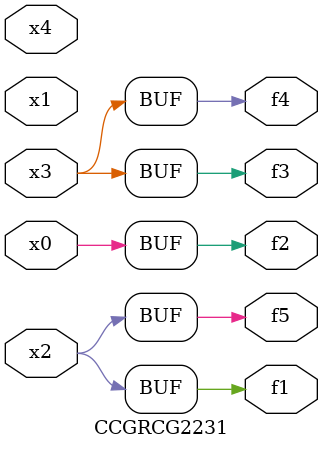
<source format=v>
module CCGRCG2231(
	input x0, x1, x2, x3, x4,
	output f1, f2, f3, f4, f5
);
	assign f1 = x2;
	assign f2 = x0;
	assign f3 = x3;
	assign f4 = x3;
	assign f5 = x2;
endmodule

</source>
